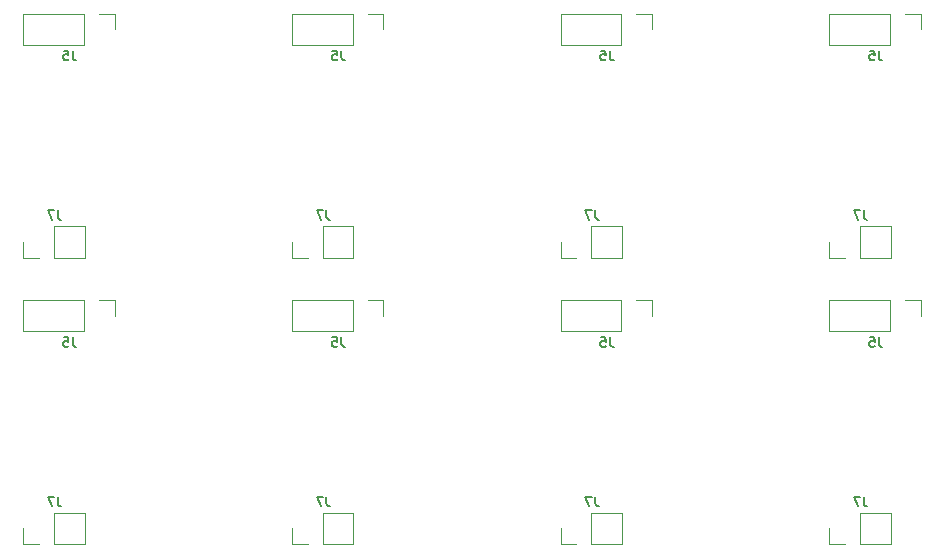
<source format=gbr>
%TF.GenerationSoftware,KiCad,Pcbnew,8.0.6*%
%TF.CreationDate,2024-11-11T11:34:17+07:00*%
%TF.ProjectId,HV-BOARD - pannel,48562d42-4f41-4524-9420-2d2070616e6e,rev?*%
%TF.SameCoordinates,Original*%
%TF.FileFunction,Legend,Bot*%
%TF.FilePolarity,Positive*%
%FSLAX46Y46*%
G04 Gerber Fmt 4.6, Leading zero omitted, Abs format (unit mm)*
G04 Created by KiCad (PCBNEW 8.0.6) date 2024-11-11 11:34:17*
%MOMM*%
%LPD*%
G01*
G04 APERTURE LIST*
%ADD10C,0.150000*%
%ADD11C,0.120000*%
%ADD12C,0.500000*%
%ADD13R,1.700000X1.700000*%
%ADD14O,1.700000X1.700000*%
%ADD15C,1.000000*%
G04 APERTURE END LIST*
D10*
X88516661Y-35312296D02*
X88516661Y-35883724D01*
X88516661Y-35883724D02*
X88554756Y-35998010D01*
X88554756Y-35998010D02*
X88630947Y-36074201D01*
X88630947Y-36074201D02*
X88745232Y-36112296D01*
X88745232Y-36112296D02*
X88821423Y-36112296D01*
X87754756Y-35312296D02*
X88135708Y-35312296D01*
X88135708Y-35312296D02*
X88173804Y-35693248D01*
X88173804Y-35693248D02*
X88135708Y-35655153D01*
X88135708Y-35655153D02*
X88059518Y-35617058D01*
X88059518Y-35617058D02*
X87869042Y-35617058D01*
X87869042Y-35617058D02*
X87792851Y-35655153D01*
X87792851Y-35655153D02*
X87754756Y-35693248D01*
X87754756Y-35693248D02*
X87716661Y-35769439D01*
X87716661Y-35769439D02*
X87716661Y-35959915D01*
X87716661Y-35959915D02*
X87754756Y-36036105D01*
X87754756Y-36036105D02*
X87792851Y-36074201D01*
X87792851Y-36074201D02*
X87869042Y-36112296D01*
X87869042Y-36112296D02*
X88059518Y-36112296D01*
X88059518Y-36112296D02*
X88135708Y-36074201D01*
X88135708Y-36074201D02*
X88173804Y-36036105D01*
X20266664Y-11062296D02*
X20266664Y-11633724D01*
X20266664Y-11633724D02*
X20304759Y-11748010D01*
X20304759Y-11748010D02*
X20380950Y-11824201D01*
X20380950Y-11824201D02*
X20495235Y-11862296D01*
X20495235Y-11862296D02*
X20571426Y-11862296D01*
X19504759Y-11062296D02*
X19885711Y-11062296D01*
X19885711Y-11062296D02*
X19923807Y-11443248D01*
X19923807Y-11443248D02*
X19885711Y-11405153D01*
X19885711Y-11405153D02*
X19809521Y-11367058D01*
X19809521Y-11367058D02*
X19619045Y-11367058D01*
X19619045Y-11367058D02*
X19542854Y-11405153D01*
X19542854Y-11405153D02*
X19504759Y-11443248D01*
X19504759Y-11443248D02*
X19466664Y-11519439D01*
X19466664Y-11519439D02*
X19466664Y-11709915D01*
X19466664Y-11709915D02*
X19504759Y-11786105D01*
X19504759Y-11786105D02*
X19542854Y-11824201D01*
X19542854Y-11824201D02*
X19619045Y-11862296D01*
X19619045Y-11862296D02*
X19809521Y-11862296D01*
X19809521Y-11862296D02*
X19885711Y-11824201D01*
X19885711Y-11824201D02*
X19923807Y-11786105D01*
X65766662Y-11062296D02*
X65766662Y-11633724D01*
X65766662Y-11633724D02*
X65804757Y-11748010D01*
X65804757Y-11748010D02*
X65880948Y-11824201D01*
X65880948Y-11824201D02*
X65995233Y-11862296D01*
X65995233Y-11862296D02*
X66071424Y-11862296D01*
X65004757Y-11062296D02*
X65385709Y-11062296D01*
X65385709Y-11062296D02*
X65423805Y-11443248D01*
X65423805Y-11443248D02*
X65385709Y-11405153D01*
X65385709Y-11405153D02*
X65309519Y-11367058D01*
X65309519Y-11367058D02*
X65119043Y-11367058D01*
X65119043Y-11367058D02*
X65042852Y-11405153D01*
X65042852Y-11405153D02*
X65004757Y-11443248D01*
X65004757Y-11443248D02*
X64966662Y-11519439D01*
X64966662Y-11519439D02*
X64966662Y-11709915D01*
X64966662Y-11709915D02*
X65004757Y-11786105D01*
X65004757Y-11786105D02*
X65042852Y-11824201D01*
X65042852Y-11824201D02*
X65119043Y-11862296D01*
X65119043Y-11862296D02*
X65309519Y-11862296D01*
X65309519Y-11862296D02*
X65385709Y-11824201D01*
X65385709Y-11824201D02*
X65423805Y-11786105D01*
X41766663Y-48812296D02*
X41766663Y-49383724D01*
X41766663Y-49383724D02*
X41804758Y-49498010D01*
X41804758Y-49498010D02*
X41880949Y-49574201D01*
X41880949Y-49574201D02*
X41995234Y-49612296D01*
X41995234Y-49612296D02*
X42071425Y-49612296D01*
X41461901Y-48812296D02*
X40928567Y-48812296D01*
X40928567Y-48812296D02*
X41271425Y-49612296D01*
X20266664Y-35312296D02*
X20266664Y-35883724D01*
X20266664Y-35883724D02*
X20304759Y-35998010D01*
X20304759Y-35998010D02*
X20380950Y-36074201D01*
X20380950Y-36074201D02*
X20495235Y-36112296D01*
X20495235Y-36112296D02*
X20571426Y-36112296D01*
X19504759Y-35312296D02*
X19885711Y-35312296D01*
X19885711Y-35312296D02*
X19923807Y-35693248D01*
X19923807Y-35693248D02*
X19885711Y-35655153D01*
X19885711Y-35655153D02*
X19809521Y-35617058D01*
X19809521Y-35617058D02*
X19619045Y-35617058D01*
X19619045Y-35617058D02*
X19542854Y-35655153D01*
X19542854Y-35655153D02*
X19504759Y-35693248D01*
X19504759Y-35693248D02*
X19466664Y-35769439D01*
X19466664Y-35769439D02*
X19466664Y-35959915D01*
X19466664Y-35959915D02*
X19504759Y-36036105D01*
X19504759Y-36036105D02*
X19542854Y-36074201D01*
X19542854Y-36074201D02*
X19619045Y-36112296D01*
X19619045Y-36112296D02*
X19809521Y-36112296D01*
X19809521Y-36112296D02*
X19885711Y-36074201D01*
X19885711Y-36074201D02*
X19923807Y-36036105D01*
X19016664Y-48812296D02*
X19016664Y-49383724D01*
X19016664Y-49383724D02*
X19054759Y-49498010D01*
X19054759Y-49498010D02*
X19130950Y-49574201D01*
X19130950Y-49574201D02*
X19245235Y-49612296D01*
X19245235Y-49612296D02*
X19321426Y-49612296D01*
X18711902Y-48812296D02*
X18178568Y-48812296D01*
X18178568Y-48812296D02*
X18521426Y-49612296D01*
X65766662Y-35312296D02*
X65766662Y-35883724D01*
X65766662Y-35883724D02*
X65804757Y-35998010D01*
X65804757Y-35998010D02*
X65880948Y-36074201D01*
X65880948Y-36074201D02*
X65995233Y-36112296D01*
X65995233Y-36112296D02*
X66071424Y-36112296D01*
X65004757Y-35312296D02*
X65385709Y-35312296D01*
X65385709Y-35312296D02*
X65423805Y-35693248D01*
X65423805Y-35693248D02*
X65385709Y-35655153D01*
X65385709Y-35655153D02*
X65309519Y-35617058D01*
X65309519Y-35617058D02*
X65119043Y-35617058D01*
X65119043Y-35617058D02*
X65042852Y-35655153D01*
X65042852Y-35655153D02*
X65004757Y-35693248D01*
X65004757Y-35693248D02*
X64966662Y-35769439D01*
X64966662Y-35769439D02*
X64966662Y-35959915D01*
X64966662Y-35959915D02*
X65004757Y-36036105D01*
X65004757Y-36036105D02*
X65042852Y-36074201D01*
X65042852Y-36074201D02*
X65119043Y-36112296D01*
X65119043Y-36112296D02*
X65309519Y-36112296D01*
X65309519Y-36112296D02*
X65385709Y-36074201D01*
X65385709Y-36074201D02*
X65423805Y-36036105D01*
X43016663Y-35312296D02*
X43016663Y-35883724D01*
X43016663Y-35883724D02*
X43054758Y-35998010D01*
X43054758Y-35998010D02*
X43130949Y-36074201D01*
X43130949Y-36074201D02*
X43245234Y-36112296D01*
X43245234Y-36112296D02*
X43321425Y-36112296D01*
X42254758Y-35312296D02*
X42635710Y-35312296D01*
X42635710Y-35312296D02*
X42673806Y-35693248D01*
X42673806Y-35693248D02*
X42635710Y-35655153D01*
X42635710Y-35655153D02*
X42559520Y-35617058D01*
X42559520Y-35617058D02*
X42369044Y-35617058D01*
X42369044Y-35617058D02*
X42292853Y-35655153D01*
X42292853Y-35655153D02*
X42254758Y-35693248D01*
X42254758Y-35693248D02*
X42216663Y-35769439D01*
X42216663Y-35769439D02*
X42216663Y-35959915D01*
X42216663Y-35959915D02*
X42254758Y-36036105D01*
X42254758Y-36036105D02*
X42292853Y-36074201D01*
X42292853Y-36074201D02*
X42369044Y-36112296D01*
X42369044Y-36112296D02*
X42559520Y-36112296D01*
X42559520Y-36112296D02*
X42635710Y-36074201D01*
X42635710Y-36074201D02*
X42673806Y-36036105D01*
X87266661Y-24562296D02*
X87266661Y-25133724D01*
X87266661Y-25133724D02*
X87304756Y-25248010D01*
X87304756Y-25248010D02*
X87380947Y-25324201D01*
X87380947Y-25324201D02*
X87495232Y-25362296D01*
X87495232Y-25362296D02*
X87571423Y-25362296D01*
X86961899Y-24562296D02*
X86428565Y-24562296D01*
X86428565Y-24562296D02*
X86771423Y-25362296D01*
X41766663Y-24562296D02*
X41766663Y-25133724D01*
X41766663Y-25133724D02*
X41804758Y-25248010D01*
X41804758Y-25248010D02*
X41880949Y-25324201D01*
X41880949Y-25324201D02*
X41995234Y-25362296D01*
X41995234Y-25362296D02*
X42071425Y-25362296D01*
X41461901Y-24562296D02*
X40928567Y-24562296D01*
X40928567Y-24562296D02*
X41271425Y-25362296D01*
X43016663Y-11062296D02*
X43016663Y-11633724D01*
X43016663Y-11633724D02*
X43054758Y-11748010D01*
X43054758Y-11748010D02*
X43130949Y-11824201D01*
X43130949Y-11824201D02*
X43245234Y-11862296D01*
X43245234Y-11862296D02*
X43321425Y-11862296D01*
X42254758Y-11062296D02*
X42635710Y-11062296D01*
X42635710Y-11062296D02*
X42673806Y-11443248D01*
X42673806Y-11443248D02*
X42635710Y-11405153D01*
X42635710Y-11405153D02*
X42559520Y-11367058D01*
X42559520Y-11367058D02*
X42369044Y-11367058D01*
X42369044Y-11367058D02*
X42292853Y-11405153D01*
X42292853Y-11405153D02*
X42254758Y-11443248D01*
X42254758Y-11443248D02*
X42216663Y-11519439D01*
X42216663Y-11519439D02*
X42216663Y-11709915D01*
X42216663Y-11709915D02*
X42254758Y-11786105D01*
X42254758Y-11786105D02*
X42292853Y-11824201D01*
X42292853Y-11824201D02*
X42369044Y-11862296D01*
X42369044Y-11862296D02*
X42559520Y-11862296D01*
X42559520Y-11862296D02*
X42635710Y-11824201D01*
X42635710Y-11824201D02*
X42673806Y-11786105D01*
X64516662Y-48812296D02*
X64516662Y-49383724D01*
X64516662Y-49383724D02*
X64554757Y-49498010D01*
X64554757Y-49498010D02*
X64630948Y-49574201D01*
X64630948Y-49574201D02*
X64745233Y-49612296D01*
X64745233Y-49612296D02*
X64821424Y-49612296D01*
X64211900Y-48812296D02*
X63678566Y-48812296D01*
X63678566Y-48812296D02*
X64021424Y-49612296D01*
X64516662Y-24562296D02*
X64516662Y-25133724D01*
X64516662Y-25133724D02*
X64554757Y-25248010D01*
X64554757Y-25248010D02*
X64630948Y-25324201D01*
X64630948Y-25324201D02*
X64745233Y-25362296D01*
X64745233Y-25362296D02*
X64821424Y-25362296D01*
X64211900Y-24562296D02*
X63678566Y-24562296D01*
X63678566Y-24562296D02*
X64021424Y-25362296D01*
X88516661Y-11062296D02*
X88516661Y-11633724D01*
X88516661Y-11633724D02*
X88554756Y-11748010D01*
X88554756Y-11748010D02*
X88630947Y-11824201D01*
X88630947Y-11824201D02*
X88745232Y-11862296D01*
X88745232Y-11862296D02*
X88821423Y-11862296D01*
X87754756Y-11062296D02*
X88135708Y-11062296D01*
X88135708Y-11062296D02*
X88173804Y-11443248D01*
X88173804Y-11443248D02*
X88135708Y-11405153D01*
X88135708Y-11405153D02*
X88059518Y-11367058D01*
X88059518Y-11367058D02*
X87869042Y-11367058D01*
X87869042Y-11367058D02*
X87792851Y-11405153D01*
X87792851Y-11405153D02*
X87754756Y-11443248D01*
X87754756Y-11443248D02*
X87716661Y-11519439D01*
X87716661Y-11519439D02*
X87716661Y-11709915D01*
X87716661Y-11709915D02*
X87754756Y-11786105D01*
X87754756Y-11786105D02*
X87792851Y-11824201D01*
X87792851Y-11824201D02*
X87869042Y-11862296D01*
X87869042Y-11862296D02*
X88059518Y-11862296D01*
X88059518Y-11862296D02*
X88135708Y-11824201D01*
X88135708Y-11824201D02*
X88173804Y-11786105D01*
X87266661Y-48812296D02*
X87266661Y-49383724D01*
X87266661Y-49383724D02*
X87304756Y-49498010D01*
X87304756Y-49498010D02*
X87380947Y-49574201D01*
X87380947Y-49574201D02*
X87495232Y-49612296D01*
X87495232Y-49612296D02*
X87571423Y-49612296D01*
X86961899Y-48812296D02*
X86428565Y-48812296D01*
X86428565Y-48812296D02*
X86771423Y-49612296D01*
X19016664Y-24562296D02*
X19016664Y-25133724D01*
X19016664Y-25133724D02*
X19054759Y-25248010D01*
X19054759Y-25248010D02*
X19130950Y-25324201D01*
X19130950Y-25324201D02*
X19245235Y-25362296D01*
X19245235Y-25362296D02*
X19321426Y-25362296D01*
X18711902Y-24562296D02*
X18178568Y-24562296D01*
X18178568Y-24562296D02*
X18521426Y-25362296D01*
D11*
%TO.C,J5*%
X84339995Y-34830001D02*
X84339995Y-32170001D01*
X89479995Y-32170001D02*
X84339995Y-32170001D01*
X89479995Y-34830001D02*
X84339995Y-34830001D01*
X89479995Y-34830001D02*
X89479995Y-32170001D01*
X92079995Y-32170001D02*
X90749995Y-32170001D01*
X92079995Y-33500001D02*
X92079995Y-32170001D01*
X16089998Y-10580001D02*
X16089998Y-7920001D01*
X21229998Y-7920001D02*
X16089998Y-7920001D01*
X21229998Y-10580001D02*
X16089998Y-10580001D01*
X21229998Y-10580001D02*
X21229998Y-7920001D01*
X23829998Y-7920001D02*
X22499998Y-7920001D01*
X23829998Y-9250001D02*
X23829998Y-7920001D01*
X61589996Y-10580001D02*
X61589996Y-7920001D01*
X66729996Y-7920001D02*
X61589996Y-7920001D01*
X66729996Y-10580001D02*
X61589996Y-10580001D01*
X66729996Y-10580001D02*
X66729996Y-7920001D01*
X69329996Y-7920001D02*
X67999996Y-7920001D01*
X69329996Y-9250001D02*
X69329996Y-7920001D01*
%TO.C,J7*%
X38839997Y-51500001D02*
X38839997Y-52830001D01*
X38839997Y-52830001D02*
X40169997Y-52830001D01*
X41439997Y-50170001D02*
X41439997Y-52830001D01*
X41439997Y-50170001D02*
X44039997Y-50170001D01*
X41439997Y-52830001D02*
X44039997Y-52830001D01*
X44039997Y-50170001D02*
X44039997Y-52830001D01*
%TO.C,J5*%
X16089998Y-34830001D02*
X16089998Y-32170001D01*
X21229998Y-32170001D02*
X16089998Y-32170001D01*
X21229998Y-34830001D02*
X16089998Y-34830001D01*
X21229998Y-34830001D02*
X21229998Y-32170001D01*
X23829998Y-32170001D02*
X22499998Y-32170001D01*
X23829998Y-33500001D02*
X23829998Y-32170001D01*
%TO.C,J7*%
X16089998Y-51500001D02*
X16089998Y-52830001D01*
X16089998Y-52830001D02*
X17419998Y-52830001D01*
X18689998Y-50170001D02*
X18689998Y-52830001D01*
X18689998Y-50170001D02*
X21289998Y-50170001D01*
X18689998Y-52830001D02*
X21289998Y-52830001D01*
X21289998Y-50170001D02*
X21289998Y-52830001D01*
%TO.C,J5*%
X61589996Y-34830001D02*
X61589996Y-32170001D01*
X66729996Y-32170001D02*
X61589996Y-32170001D01*
X66729996Y-34830001D02*
X61589996Y-34830001D01*
X66729996Y-34830001D02*
X66729996Y-32170001D01*
X69329996Y-32170001D02*
X67999996Y-32170001D01*
X69329996Y-33500001D02*
X69329996Y-32170001D01*
X38839997Y-34830001D02*
X38839997Y-32170001D01*
X43979997Y-32170001D02*
X38839997Y-32170001D01*
X43979997Y-34830001D02*
X38839997Y-34830001D01*
X43979997Y-34830001D02*
X43979997Y-32170001D01*
X46579997Y-32170001D02*
X45249997Y-32170001D01*
X46579997Y-33500001D02*
X46579997Y-32170001D01*
%TO.C,J7*%
X84339995Y-27250001D02*
X84339995Y-28580001D01*
X84339995Y-28580001D02*
X85669995Y-28580001D01*
X86939995Y-25920001D02*
X86939995Y-28580001D01*
X86939995Y-25920001D02*
X89539995Y-25920001D01*
X86939995Y-28580001D02*
X89539995Y-28580001D01*
X89539995Y-25920001D02*
X89539995Y-28580001D01*
X38839997Y-27250001D02*
X38839997Y-28580001D01*
X38839997Y-28580001D02*
X40169997Y-28580001D01*
X41439997Y-25920001D02*
X41439997Y-28580001D01*
X41439997Y-25920001D02*
X44039997Y-25920001D01*
X41439997Y-28580001D02*
X44039997Y-28580001D01*
X44039997Y-25920001D02*
X44039997Y-28580001D01*
%TO.C,J5*%
X38839997Y-10580001D02*
X38839997Y-7920001D01*
X43979997Y-7920001D02*
X38839997Y-7920001D01*
X43979997Y-10580001D02*
X38839997Y-10580001D01*
X43979997Y-10580001D02*
X43979997Y-7920001D01*
X46579997Y-7920001D02*
X45249997Y-7920001D01*
X46579997Y-9250001D02*
X46579997Y-7920001D01*
%TO.C,J7*%
X61589996Y-51500001D02*
X61589996Y-52830001D01*
X61589996Y-52830001D02*
X62919996Y-52830001D01*
X64189996Y-50170001D02*
X64189996Y-52830001D01*
X64189996Y-50170001D02*
X66789996Y-50170001D01*
X64189996Y-52830001D02*
X66789996Y-52830001D01*
X66789996Y-50170001D02*
X66789996Y-52830001D01*
X61589996Y-27250001D02*
X61589996Y-28580001D01*
X61589996Y-28580001D02*
X62919996Y-28580001D01*
X64189996Y-25920001D02*
X64189996Y-28580001D01*
X64189996Y-25920001D02*
X66789996Y-25920001D01*
X64189996Y-28580001D02*
X66789996Y-28580001D01*
X66789996Y-25920001D02*
X66789996Y-28580001D01*
%TO.C,J5*%
X84339995Y-10580001D02*
X84339995Y-7920001D01*
X89479995Y-7920001D02*
X84339995Y-7920001D01*
X89479995Y-10580001D02*
X84339995Y-10580001D01*
X89479995Y-10580001D02*
X89479995Y-7920001D01*
X92079995Y-7920001D02*
X90749995Y-7920001D01*
X92079995Y-9250001D02*
X92079995Y-7920001D01*
%TO.C,J7*%
X84339995Y-51500001D02*
X84339995Y-52830001D01*
X84339995Y-52830001D02*
X85669995Y-52830001D01*
X86939995Y-50170001D02*
X86939995Y-52830001D01*
X86939995Y-50170001D02*
X89539995Y-50170001D01*
X86939995Y-52830001D02*
X89539995Y-52830001D01*
X89539995Y-50170001D02*
X89539995Y-52830001D01*
X16089998Y-27250001D02*
X16089998Y-28580001D01*
X16089998Y-28580001D02*
X17419998Y-28580001D01*
X18689998Y-25920001D02*
X18689998Y-28580001D01*
X18689998Y-25920001D02*
X21289998Y-25920001D01*
X18689998Y-28580001D02*
X21289998Y-28580001D01*
X21289998Y-25920001D02*
X21289998Y-28580001D01*
%TD*%
%LPC*%
D12*
%TO.C,KiKit_MB_7_4*%
X41624998Y-7000001D03*
%TD*%
%TO.C,KiKit_MB_3_2*%
X16875000Y-7000001D03*
%TD*%
%TO.C,KiKit_MB_25_1*%
X52499998Y-43875000D03*
%TD*%
%TO.C,KiKit_MB_16_3*%
X85124996Y-29250000D03*
%TD*%
%TO.C,KiKit_MB_30_4*%
X95999995Y-43875000D03*
%TD*%
%TO.C,KiKit_MB_16_2*%
X86124996Y-29250000D03*
%TD*%
%TO.C,KiKit_MB_3_1*%
X15875000Y-7000001D03*
%TD*%
%TO.C,KiKit_MB_31_2*%
X85124996Y-31250000D03*
%TD*%
%TO.C,KiKit_MB_10_4*%
X73249996Y-19625000D03*
%TD*%
%TO.C,KiKit_MB_30_3*%
X95999995Y-42875000D03*
%TD*%
%TO.C,KiKit_MB_4_3*%
X16875000Y-29250000D03*
%TD*%
%TO.C,KiKit_MB_12_3*%
X62374997Y-29250000D03*
%TD*%
%TO.C,KiKit_MB_26_3*%
X73249996Y-42875000D03*
%TD*%
%TO.C,KiKit_MB_29_2*%
X75249997Y-42875000D03*
%TD*%
%TO.C,KiKit_MB_6_3*%
X50499997Y-18625000D03*
%TD*%
%TO.C,KiKit_MB_17_1*%
X7000001Y-43875000D03*
%TD*%
%TO.C,KiKit_MB_3_3*%
X17874999Y-7000001D03*
%TD*%
%TO.C,KiKit_MB_24_3*%
X39624998Y-53500000D03*
%TD*%
%TO.C,KiKit_MB_11_4*%
X64374997Y-7000001D03*
%TD*%
%TO.C,KiKit_MB_25_4*%
X52499998Y-40875000D03*
%TD*%
%TO.C,KiKit_MB_18_1*%
X27749998Y-40875000D03*
%TD*%
%TO.C,KiKit_MB_25_2*%
X52499998Y-42875000D03*
%TD*%
%TO.C,KiKit_MB_29_4*%
X75249997Y-40875000D03*
%TD*%
%TO.C,KiKit_MB_22_3*%
X50499997Y-42875000D03*
%TD*%
%TO.C,KiKit_MB_4_4*%
X15875000Y-29250000D03*
%TD*%
%TO.C,KiKit_MB_8_2*%
X40624998Y-29250000D03*
%TD*%
%TO.C,KiKit_MB_27_1*%
X61374997Y-31250000D03*
%TD*%
%TO.C,KiKit_MB_19_2*%
X16875000Y-31250000D03*
%TD*%
%TO.C,KiKit_MB_27_3*%
X63374997Y-31250000D03*
%TD*%
%TO.C,KiKit_MB_24_1*%
X41624998Y-53500000D03*
%TD*%
%TO.C,KiKit_MB_21_1*%
X29749999Y-43875000D03*
%TD*%
%TO.C,KiKit_MB_14_1*%
X95999995Y-16625001D03*
%TD*%
%TO.C,KiKit_MB_19_1*%
X15875000Y-31250000D03*
%TD*%
%TO.C,KiKit_MB_8_3*%
X39624998Y-29250000D03*
%TD*%
%TO.C,KiKit_MB_15_2*%
X85124996Y-7000001D03*
%TD*%
%TO.C,KiKit_MB_11_3*%
X63374997Y-7000001D03*
%TD*%
%TO.C,KiKit_MB_5_4*%
X29749999Y-16625001D03*
%TD*%
%TO.C,KiKit_MB_19_4*%
X18874999Y-31250000D03*
%TD*%
%TO.C,KiKit_MB_23_2*%
X39624998Y-31250000D03*
%TD*%
%TO.C,KiKit_MB_29_1*%
X75249997Y-43875000D03*
%TD*%
%TO.C,KiKit_MB_4_1*%
X18874999Y-29250000D03*
%TD*%
%TO.C,KiKit_MB_24_4*%
X38624998Y-53500000D03*
%TD*%
%TO.C,KiKit_MB_1_4*%
X7000001Y-16625001D03*
%TD*%
%TO.C,KiKit_MB_20_4*%
X15875000Y-53500000D03*
%TD*%
%TO.C,KiKit_MB_31_1*%
X84124996Y-31250000D03*
%TD*%
%TO.C,KiKit_MB_13_4*%
X75249997Y-16625001D03*
%TD*%
%TO.C,KiKit_MB_1_3*%
X7000001Y-17625001D03*
%TD*%
%TO.C,KiKit_MB_23_1*%
X38624998Y-31250000D03*
%TD*%
%TO.C,KiKit_MB_10_2*%
X73249996Y-17625001D03*
%TD*%
%TO.C,KiKit_MB_11_2*%
X62374997Y-7000001D03*
%TD*%
%TO.C,KiKit_MB_14_2*%
X95999995Y-17625001D03*
%TD*%
%TO.C,KiKit_MB_30_2*%
X95999995Y-41875000D03*
%TD*%
%TO.C,KiKit_MB_14_4*%
X95999995Y-19625000D03*
%TD*%
%TO.C,KiKit_MB_16_1*%
X87124996Y-29250000D03*
%TD*%
%TO.C,KiKit_MB_9_1*%
X52499998Y-19625000D03*
%TD*%
%TO.C,KiKit_MB_22_1*%
X50499997Y-40875000D03*
%TD*%
%TO.C,KiKit_MB_7_2*%
X39624998Y-7000001D03*
%TD*%
%TO.C,KiKit_MB_8_4*%
X38624998Y-29250000D03*
%TD*%
%TO.C,KiKit_MB_28_3*%
X62374997Y-53500000D03*
%TD*%
%TO.C,KiKit_MB_10_1*%
X73249996Y-16625001D03*
%TD*%
%TO.C,KiKit_MB_9_4*%
X52499998Y-16625001D03*
%TD*%
%TO.C,KiKit_MB_17_2*%
X7000001Y-42875000D03*
%TD*%
%TO.C,KiKit_MB_2_3*%
X27749998Y-18625000D03*
%TD*%
%TO.C,KiKit_MB_21_3*%
X29749999Y-41875000D03*
%TD*%
%TO.C,KiKit_MB_17_3*%
X7000001Y-41875000D03*
%TD*%
%TO.C,KiKit_MB_7_1*%
X38624998Y-7000001D03*
%TD*%
%TO.C,KiKit_MB_5_2*%
X29749999Y-18625000D03*
%TD*%
%TO.C,KiKit_MB_15_3*%
X86124996Y-7000001D03*
%TD*%
%TO.C,KiKit_MB_10_3*%
X73249996Y-18625000D03*
%TD*%
%TO.C,KiKit_MB_20_2*%
X17874999Y-53500000D03*
%TD*%
%TO.C,KiKit_MB_31_4*%
X87124996Y-31250000D03*
%TD*%
%TO.C,KiKit_MB_1_2*%
X7000001Y-18625000D03*
%TD*%
%TO.C,KiKit_MB_22_4*%
X50499997Y-43875000D03*
%TD*%
%TO.C,KiKit_MB_31_3*%
X86124996Y-31250000D03*
%TD*%
%TO.C,KiKit_MB_27_2*%
X62374997Y-31250000D03*
%TD*%
%TO.C,KiKit_MB_2_4*%
X27749998Y-19625000D03*
%TD*%
%TO.C,KiKit_MB_7_3*%
X40624998Y-7000001D03*
%TD*%
%TO.C,KiKit_MB_13_2*%
X75249997Y-18625000D03*
%TD*%
%TO.C,KiKit_MB_15_1*%
X84124996Y-7000001D03*
%TD*%
%TO.C,KiKit_MB_5_3*%
X29749999Y-17625001D03*
%TD*%
%TO.C,KiKit_MB_12_1*%
X64374997Y-29250000D03*
%TD*%
%TO.C,KiKit_MB_32_4*%
X84124996Y-53500000D03*
%TD*%
%TO.C,KiKit_MB_1_1*%
X7000001Y-19625000D03*
%TD*%
%TO.C,KiKit_MB_3_4*%
X18874999Y-7000001D03*
%TD*%
%TO.C,KiKit_MB_12_4*%
X61374997Y-29250000D03*
%TD*%
%TO.C,KiKit_MB_26_4*%
X73249996Y-43875000D03*
%TD*%
%TO.C,KiKit_MB_21_4*%
X29749999Y-40875000D03*
%TD*%
%TO.C,KiKit_MB_32_1*%
X87124996Y-53500000D03*
%TD*%
%TO.C,KiKit_MB_27_4*%
X64374997Y-31250000D03*
%TD*%
%TO.C,KiKit_MB_18_3*%
X27749998Y-42875000D03*
%TD*%
%TO.C,KiKit_MB_29_3*%
X75249997Y-41875000D03*
%TD*%
%TO.C,KiKit_MB_30_1*%
X95999995Y-40875000D03*
%TD*%
%TO.C,KiKit_MB_20_1*%
X18874999Y-53500000D03*
%TD*%
%TO.C,KiKit_MB_19_3*%
X17874999Y-31250000D03*
%TD*%
%TO.C,KiKit_MB_5_1*%
X29749999Y-19625000D03*
%TD*%
%TO.C,KiKit_MB_11_1*%
X61374997Y-7000001D03*
%TD*%
%TO.C,KiKit_MB_28_1*%
X64374997Y-53500000D03*
%TD*%
%TO.C,KiKit_MB_22_2*%
X50499997Y-41875000D03*
%TD*%
%TO.C,KiKit_MB_26_2*%
X73249996Y-41875000D03*
%TD*%
%TO.C,KiKit_MB_4_2*%
X17874999Y-29250000D03*
%TD*%
%TO.C,KiKit_MB_9_3*%
X52499998Y-17625001D03*
%TD*%
%TO.C,KiKit_MB_6_4*%
X50499997Y-19625000D03*
%TD*%
%TO.C,KiKit_MB_13_3*%
X75249997Y-17625001D03*
%TD*%
%TO.C,KiKit_MB_32_2*%
X86124996Y-53500000D03*
%TD*%
%TO.C,KiKit_MB_15_4*%
X87124996Y-7000001D03*
%TD*%
%TO.C,KiKit_MB_26_1*%
X73249996Y-40875000D03*
%TD*%
%TO.C,KiKit_MB_13_1*%
X75249997Y-19625000D03*
%TD*%
%TO.C,KiKit_MB_2_2*%
X27749998Y-17625001D03*
%TD*%
%TO.C,KiKit_MB_17_4*%
X7000001Y-40875000D03*
%TD*%
%TO.C,KiKit_MB_9_2*%
X52499998Y-18625000D03*
%TD*%
%TO.C,KiKit_MB_14_3*%
X95999995Y-18625000D03*
%TD*%
%TO.C,KiKit_MB_24_2*%
X40624998Y-53500000D03*
%TD*%
%TO.C,KiKit_MB_6_2*%
X50499997Y-17625001D03*
%TD*%
%TO.C,KiKit_MB_6_1*%
X50499997Y-16625001D03*
%TD*%
%TO.C,KiKit_MB_2_1*%
X27749998Y-16625001D03*
%TD*%
%TO.C,KiKit_MB_32_3*%
X85124996Y-53500000D03*
%TD*%
%TO.C,KiKit_MB_16_4*%
X84124996Y-29250000D03*
%TD*%
%TO.C,KiKit_MB_28_4*%
X61374997Y-53500000D03*
%TD*%
%TO.C,KiKit_MB_20_3*%
X16875000Y-53500000D03*
%TD*%
%TO.C,KiKit_MB_12_2*%
X63374997Y-29250000D03*
%TD*%
%TO.C,KiKit_MB_8_1*%
X41624998Y-29250000D03*
%TD*%
%TO.C,KiKit_MB_18_4*%
X27749998Y-43875000D03*
%TD*%
%TO.C,KiKit_MB_18_2*%
X27749998Y-41875000D03*
%TD*%
%TO.C,KiKit_MB_25_3*%
X52499998Y-41875000D03*
%TD*%
%TO.C,KiKit_MB_28_2*%
X63374997Y-53500000D03*
%TD*%
%TO.C,KiKit_MB_23_3*%
X40624998Y-31250000D03*
%TD*%
%TO.C,KiKit_MB_21_2*%
X29749999Y-42875000D03*
%TD*%
%TO.C,KiKit_MB_23_4*%
X41624998Y-31250000D03*
%TD*%
D13*
%TO.C,J5*%
X90749995Y-33500001D03*
D14*
X88209995Y-33500001D03*
X85669995Y-33500001D03*
%TD*%
D13*
%TO.C,J5*%
X22499998Y-9250001D03*
D14*
X19959998Y-9250001D03*
X17419998Y-9250001D03*
%TD*%
D13*
%TO.C,J5*%
X67999996Y-9250001D03*
D14*
X65459996Y-9250001D03*
X62919996Y-9250001D03*
%TD*%
D13*
%TO.C,J7*%
X40169997Y-51500001D03*
D14*
X42709997Y-51500001D03*
%TD*%
D13*
%TO.C,J5*%
X22499998Y-33500001D03*
D14*
X19959998Y-33500001D03*
X17419998Y-33500001D03*
%TD*%
D13*
%TO.C,J7*%
X17419998Y-51500001D03*
D14*
X19959998Y-51500001D03*
%TD*%
D15*
%TO.C,KiKit_FID_B_1*%
X5000000Y-2500000D03*
%TD*%
D13*
%TO.C,J5*%
X67999996Y-33500001D03*
D14*
X65459996Y-33500001D03*
X62919996Y-33500001D03*
%TD*%
D15*
%TO.C,KiKit_FID_B_2*%
X97999995Y-2500000D03*
%TD*%
D13*
%TO.C,J5*%
X45249997Y-33500001D03*
D14*
X42709997Y-33500001D03*
X40169997Y-33500001D03*
%TD*%
D13*
%TO.C,J7*%
X85669995Y-27250001D03*
D14*
X88209995Y-27250001D03*
%TD*%
D13*
%TO.C,J7*%
X40169997Y-27250001D03*
D14*
X42709997Y-27250001D03*
%TD*%
D15*
%TO.C,KiKit_FID_B_3*%
X5000000Y-58000001D03*
%TD*%
D13*
%TO.C,J5*%
X45249997Y-9250001D03*
D14*
X42709997Y-9250001D03*
X40169997Y-9250001D03*
%TD*%
D13*
%TO.C,J7*%
X62919996Y-51500001D03*
D14*
X65459996Y-51500001D03*
%TD*%
D13*
%TO.C,J7*%
X62919996Y-27250001D03*
D14*
X65459996Y-27250001D03*
%TD*%
D13*
%TO.C,J5*%
X90749995Y-9250001D03*
D14*
X88209995Y-9250001D03*
X85669995Y-9250001D03*
%TD*%
D13*
%TO.C,J7*%
X85669995Y-51500001D03*
D14*
X88209995Y-51500001D03*
%TD*%
D13*
%TO.C,J7*%
X17419998Y-27250001D03*
D14*
X19959998Y-27250001D03*
%TD*%
%LPD*%
M02*

</source>
